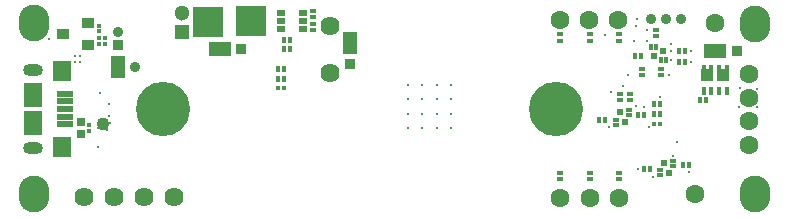
<source format=gbs>
G04 Layer_Color=16711935*
%FSLAX44Y44*%
%MOMM*%
G71*
G01*
G75*
%ADD25C,0.2000*%
%ADD67C,1.3000*%
%ADD68C,0.6000*%
%ADD73R,0.6000X0.4200*%
%ADD125R,0.3799X0.5300*%
%ADD126C,0.9000*%
%ADD127R,0.4200X0.6000*%
%ADD128R,0.6000X0.6000*%
%ADD129R,0.4500X0.3499*%
%ADD130R,0.3499X0.4500*%
%ADD138C,0.3000*%
%ADD152R,0.5300X0.3799*%
%ADD153R,1.2000X1.9000*%
%ADD154R,0.9000X0.9000*%
%ADD155R,0.6500X0.7000*%
%ADD156O,1.7000X1.0000*%
%ADD157C,4.6000*%
%ADD158R,1.3000X1.3000*%
%ADD159O,2.6000X3.1000*%
%ADD160C,1.6240*%
%ADD161C,1.6000*%
%ADD162C,0.3300*%
%ADD163R,1.9000X1.2000*%
%ADD164R,0.9000X0.9000*%
%ADD165R,0.7000X0.5200*%
%ADD166C,1.1000*%
%ADD167R,1.1160X0.8620*%
%ADD168R,2.6000X2.6000*%
%ADD169R,1.5000X1.7000*%
%ADD170R,1.6500X2.0000*%
%ADD171R,1.4500X0.5000*%
%ADD172R,1.0450X1.1000*%
%ADD173R,1.0470X1.1000*%
%ADD174R,0.4000X0.8000*%
%ADD175R,0.6000X0.6000*%
D25*
X508000Y107000D02*
D03*
X522250Y121250D02*
D03*
X548853Y102362D02*
D03*
X617000Y110000D02*
D03*
X631000Y94250D02*
D03*
X631000Y109250D02*
D03*
X563500Y64500D02*
D03*
X573542Y38750D02*
D03*
X529082Y94742D02*
D03*
X535940Y93726D02*
D03*
X539500Y76750D02*
D03*
X505500D02*
D03*
X543000Y34750D02*
D03*
X82188Y96412D02*
D03*
X82752Y86412D02*
D03*
X58250Y132334D02*
D03*
Y137115D02*
D03*
X53500D02*
D03*
Y132334D02*
D03*
X32000Y151538D02*
D03*
X73152Y76454D02*
D03*
X80518Y74676D02*
D03*
X83312Y80456D02*
D03*
X616204Y94488D02*
D03*
X556514Y120904D02*
D03*
X502158Y154686D02*
D03*
X566928Y168656D02*
D03*
X528574Y163068D02*
D03*
X530606Y41402D02*
D03*
X558800Y147828D02*
D03*
X537972Y159004D02*
D03*
X558556Y141272D02*
D03*
X527050Y150358D02*
D03*
X575564Y132080D02*
D03*
X559830Y52846D02*
D03*
X517906Y111506D02*
D03*
X529590Y168656D02*
D03*
X575310Y141224D02*
D03*
X558292Y133858D02*
D03*
X538480Y150114D02*
D03*
X73500Y60500D02*
D03*
X74930Y105664D02*
D03*
D67*
X144750Y173750D02*
D03*
D68*
X461772Y109982D02*
D03*
X473964Y104648D02*
D03*
X478790Y92456D02*
D03*
X473964Y79756D02*
D03*
X461518Y74930D02*
D03*
X448818Y79756D02*
D03*
X443484Y92456D02*
D03*
X449072Y105664D02*
D03*
X116078D02*
D03*
X110490Y92456D02*
D03*
X115824Y79756D02*
D03*
X128524Y74930D02*
D03*
X140970Y79756D02*
D03*
X145796Y92456D02*
D03*
X140970Y104648D02*
D03*
X128778Y109982D02*
D03*
D73*
X522950Y87254D02*
D03*
Y91313D02*
D03*
X512050Y83263D02*
D03*
Y79218D02*
D03*
X548930Y40507D02*
D03*
Y36449D02*
D03*
X559830Y44500D02*
D03*
Y48544D02*
D03*
D125*
X588250Y99750D02*
D03*
X583150D02*
D03*
X236050Y143000D02*
D03*
X230950D02*
D03*
Y150500D02*
D03*
X236050D02*
D03*
X548904Y96774D02*
D03*
X543804D02*
D03*
Y87884D02*
D03*
X548904D02*
D03*
X231000Y126000D02*
D03*
X225900D02*
D03*
X225849Y117500D02*
D03*
X230950D02*
D03*
X565140Y132080D02*
D03*
X570240D02*
D03*
X533410Y137160D02*
D03*
X528310D02*
D03*
X565140Y141224D02*
D03*
X570240D02*
D03*
X535676Y41402D02*
D03*
X540776D02*
D03*
X573542Y44704D02*
D03*
X568442D02*
D03*
X497380Y83312D02*
D03*
X502480D02*
D03*
X535950Y87376D02*
D03*
X530850D02*
D03*
D126*
X90250Y157500D02*
D03*
X104500Y128250D02*
D03*
X541528Y168656D02*
D03*
X553974D02*
D03*
X566928Y168660D02*
D03*
D127*
X549789Y133894D02*
D03*
X553847D02*
D03*
X545797Y144794D02*
D03*
X541752D02*
D03*
D128*
X552020Y141272D02*
D03*
X543720Y137115D02*
D03*
D129*
X66000Y78659D02*
D03*
Y73660D02*
D03*
X74000Y158001D02*
D03*
Y162999D02*
D03*
Y152750D02*
D03*
Y147751D02*
D03*
X79500Y147751D02*
D03*
Y152750D02*
D03*
D130*
X548853Y80010D02*
D03*
X543855D02*
D03*
X231000Y109750D02*
D03*
X226001D02*
D03*
D138*
X77724Y79502D02*
D03*
D152*
X464058Y155458D02*
D03*
Y150358D02*
D03*
X255000Y159000D02*
D03*
Y164100D02*
D03*
Y175100D02*
D03*
Y170000D02*
D03*
X533654Y126248D02*
D03*
Y121148D02*
D03*
X515366Y100320D02*
D03*
Y105420D02*
D03*
X514500Y38350D02*
D03*
Y33250D02*
D03*
X489500Y38350D02*
D03*
Y33250D02*
D03*
X464500Y38350D02*
D03*
Y33250D02*
D03*
X523750Y100200D02*
D03*
Y105300D02*
D03*
X489458Y150358D02*
D03*
Y155458D02*
D03*
X514096Y150358D02*
D03*
Y155458D02*
D03*
X545592Y159268D02*
D03*
Y154168D02*
D03*
X549656Y121148D02*
D03*
Y126248D02*
D03*
D153*
X90250Y128250D02*
D03*
X287000Y148500D02*
D03*
D154*
X90250Y146250D02*
D03*
X287000Y130500D02*
D03*
D155*
X59000Y71000D02*
D03*
Y81000D02*
D03*
D156*
X18462Y59456D02*
D03*
Y125456D02*
D03*
D157*
X128270Y92350D02*
D03*
X461010D02*
D03*
D158*
X144750Y157850D02*
D03*
D159*
X629158Y20000D02*
D03*
Y164700D02*
D03*
X19200Y165170D02*
D03*
Y20470D02*
D03*
D160*
X112014Y17780D02*
D03*
X137414D02*
D03*
X86614D02*
D03*
X61214D02*
D03*
X270002Y162814D02*
D03*
Y122814D02*
D03*
D161*
X513842Y167640D02*
D03*
X624078Y61809D02*
D03*
Y81809D02*
D03*
Y121809D02*
D03*
Y101809D02*
D03*
X595376Y164846D02*
D03*
X578612Y20066D02*
D03*
X464312Y167386D02*
D03*
X489204Y167640D02*
D03*
X464312Y17272D02*
D03*
X514604Y17270D02*
D03*
X489458Y17272D02*
D03*
D162*
X336000Y76500D02*
D03*
Y88500D02*
D03*
X336000Y100500D02*
D03*
X336000Y112500D02*
D03*
X348000Y76500D02*
D03*
X348000Y88500D02*
D03*
Y100500D02*
D03*
X348000Y112500D02*
D03*
X360000Y76500D02*
D03*
X360000Y88500D02*
D03*
X360000Y100500D02*
D03*
X360000Y112500D02*
D03*
X372000Y76500D02*
D03*
Y88500D02*
D03*
X372000Y100500D02*
D03*
X372000Y112500D02*
D03*
D163*
X176250Y143250D02*
D03*
X596077Y141750D02*
D03*
D164*
X194250Y143250D02*
D03*
X614077Y141750D02*
D03*
D165*
X228250Y173500D02*
D03*
Y160500D02*
D03*
Y167000D02*
D03*
X247250Y173500D02*
D03*
Y167000D02*
D03*
Y160500D02*
D03*
D166*
X77724Y79556D02*
D03*
D167*
X64516Y165608D02*
D03*
Y146608D02*
D03*
X43516Y156108D02*
D03*
D168*
X166624Y166370D02*
D03*
X202692Y166624D02*
D03*
D169*
X42962Y60456D02*
D03*
Y124456D02*
D03*
D170*
X18462Y104456D02*
D03*
Y80456D02*
D03*
D171*
X45212Y105456D02*
D03*
Y98956D02*
D03*
Y79456D02*
D03*
Y85956D02*
D03*
Y92456D02*
D03*
D172*
X589290Y120750D02*
D03*
D173*
X602250Y120750D02*
D03*
D174*
X605480Y107790D02*
D03*
X599003D02*
D03*
X586026D02*
D03*
X592526D02*
D03*
Y126205D02*
D03*
X586026D02*
D03*
X599003D02*
D03*
X605480D02*
D03*
D175*
X515572Y89486D02*
D03*
X519729Y81186D02*
D03*
X556308Y38276D02*
D03*
X552151Y46576D02*
D03*
M02*

</source>
